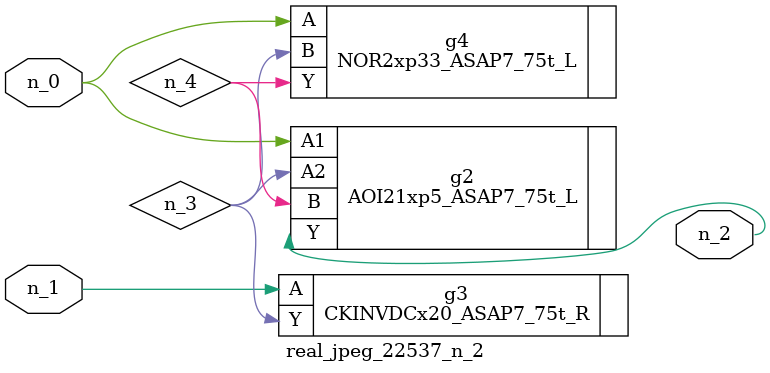
<source format=v>
module real_jpeg_22537_n_2 (n_1, n_0, n_2);

input n_1;
input n_0;

output n_2;

wire n_4;
wire n_3;

AOI21xp5_ASAP7_75t_L g2 ( 
.A1(n_0),
.A2(n_3),
.B(n_4),
.Y(n_2)
);

NOR2xp33_ASAP7_75t_L g4 ( 
.A(n_0),
.B(n_3),
.Y(n_4)
);

CKINVDCx20_ASAP7_75t_R g3 ( 
.A(n_1),
.Y(n_3)
);


endmodule
</source>
